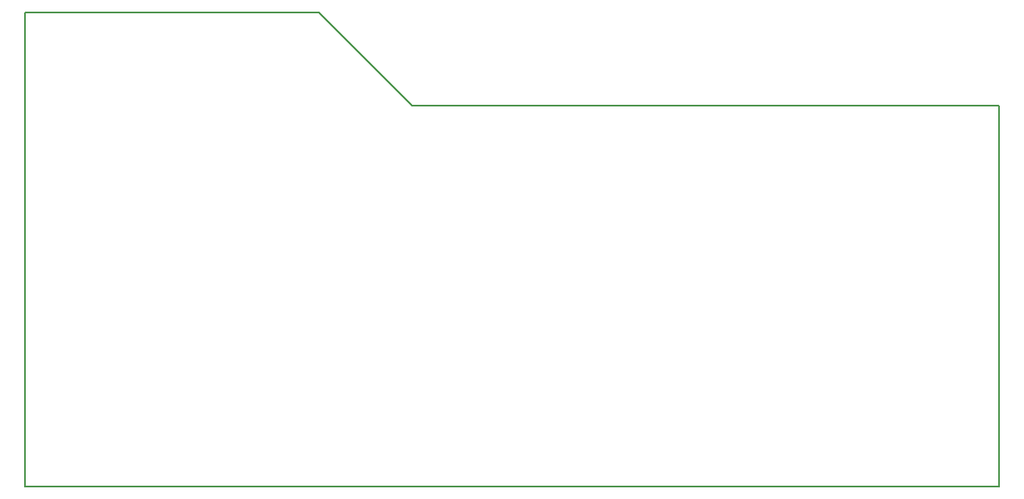
<source format=gm1>
G04 #@! TF.FileFunction,Profile,NP*
%FSLAX46Y46*%
G04 Gerber Fmt 4.6, Leading zero omitted, Abs format (unit mm)*
G04 Created by KiCad (PCBNEW 4.0.6) date 06/10/17 17:46:54*
%MOMM*%
%LPD*%
G01*
G04 APERTURE LIST*
%ADD10C,0.100000*%
%ADD11C,0.150000*%
G04 APERTURE END LIST*
D10*
D11*
X118745000Y-101600000D02*
X88900000Y-101600000D01*
X187960000Y-149860000D02*
X187960000Y-111125000D01*
X128270000Y-111125000D02*
X187960000Y-111125000D01*
X118745000Y-101600000D02*
X128270000Y-111125000D01*
X88900000Y-101600000D02*
X88900000Y-149860000D01*
X88900000Y-149860000D02*
X187960000Y-149860000D01*
M02*

</source>
